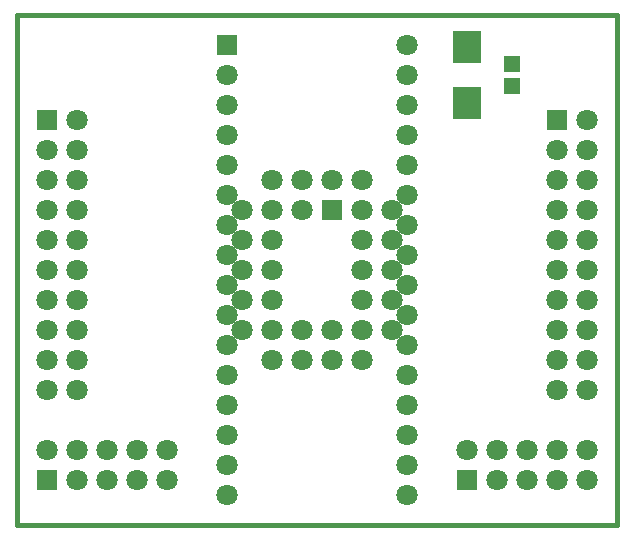
<source format=gts>
G04 (created by PCBNEW-RS274X (2012-01-19 BZR 3256)-stable) date Tue 02 Jul 2013 11:49:59 AM CDT*
G01*
G70*
G90*
%MOIN*%
G04 Gerber Fmt 3.4, Leading zero omitted, Abs format*
%FSLAX34Y34*%
G04 APERTURE LIST*
%ADD10C,0.006000*%
%ADD11C,0.015000*%
%ADD12R,0.094700X0.106500*%
%ADD13R,0.071000X0.071000*%
%ADD14C,0.071000*%
%ADD15R,0.058000X0.052900*%
G04 APERTURE END LIST*
G54D10*
G54D11*
X51000Y-53000D02*
X51000Y-49500D01*
X71000Y-53000D02*
X51000Y-53000D01*
X71000Y-49500D02*
X71000Y-53000D01*
X51000Y-49500D02*
X51000Y-36000D01*
X71000Y-36000D02*
X71000Y-49500D01*
X51000Y-36000D02*
X71000Y-36000D01*
G54D12*
X66000Y-38924D03*
X66000Y-37074D03*
G54D13*
X58000Y-37000D03*
G54D14*
X58000Y-38000D03*
X58000Y-39000D03*
X58000Y-40000D03*
X58000Y-41000D03*
X58000Y-42000D03*
X58000Y-43000D03*
X58000Y-44000D03*
X58000Y-45000D03*
X58000Y-46000D03*
X58000Y-47000D03*
X58000Y-48000D03*
X58000Y-49000D03*
X58000Y-50000D03*
X58000Y-51000D03*
X58000Y-52000D03*
X64000Y-52000D03*
X64000Y-51000D03*
X64000Y-50000D03*
X64000Y-49000D03*
X64000Y-48000D03*
X64000Y-47000D03*
X64000Y-46000D03*
X64000Y-45000D03*
X64000Y-44000D03*
X64000Y-43000D03*
X64000Y-42000D03*
X64000Y-41000D03*
X64000Y-40000D03*
X64000Y-39000D03*
X64000Y-38000D03*
X64000Y-37000D03*
G54D13*
X52000Y-51500D03*
G54D14*
X52000Y-50500D03*
X53000Y-51500D03*
X53000Y-50500D03*
X54000Y-51500D03*
X54000Y-50500D03*
X55000Y-51500D03*
X55000Y-50500D03*
X56000Y-51500D03*
X56000Y-50500D03*
G54D13*
X66000Y-51500D03*
G54D14*
X66000Y-50500D03*
X67000Y-51500D03*
X67000Y-50500D03*
X68000Y-51500D03*
X68000Y-50500D03*
X69000Y-51500D03*
X69000Y-50500D03*
X70000Y-51500D03*
X70000Y-50500D03*
G54D15*
X67500Y-37626D03*
X67500Y-38376D03*
G54D13*
X61499Y-42501D03*
G54D14*
X60500Y-41501D03*
X60500Y-42501D03*
X59500Y-41501D03*
X58500Y-42501D03*
X59500Y-42501D03*
X58500Y-43501D03*
X59500Y-43501D03*
X58500Y-44500D03*
X59500Y-44500D03*
X58500Y-45500D03*
X59500Y-45500D03*
X58500Y-46500D03*
X59500Y-47500D03*
X59500Y-46500D03*
X60500Y-47500D03*
X60500Y-46500D03*
X61499Y-47500D03*
X61499Y-46500D03*
X62499Y-47500D03*
X63499Y-46500D03*
X62499Y-46500D03*
X63499Y-45500D03*
X62499Y-45500D03*
X63499Y-44500D03*
X62499Y-44500D03*
X63499Y-43501D03*
X62499Y-43501D03*
X63499Y-42501D03*
X62499Y-41501D03*
X62499Y-42501D03*
X61499Y-41501D03*
G54D13*
X52000Y-39500D03*
G54D14*
X53000Y-39500D03*
X52000Y-40500D03*
X53000Y-40500D03*
X52000Y-41500D03*
X53000Y-41500D03*
X52000Y-42500D03*
X53000Y-42500D03*
X52000Y-43500D03*
X53000Y-43500D03*
X52000Y-44500D03*
X53000Y-44500D03*
X52000Y-45500D03*
X53000Y-45500D03*
X52000Y-46500D03*
X53000Y-46500D03*
X52000Y-47500D03*
X53000Y-47500D03*
X52000Y-48500D03*
X53000Y-48500D03*
G54D13*
X69000Y-39500D03*
G54D14*
X70000Y-39500D03*
X69000Y-40500D03*
X70000Y-40500D03*
X69000Y-41500D03*
X70000Y-41500D03*
X69000Y-42500D03*
X70000Y-42500D03*
X69000Y-43500D03*
X70000Y-43500D03*
X69000Y-44500D03*
X70000Y-44500D03*
X69000Y-45500D03*
X70000Y-45500D03*
X69000Y-46500D03*
X70000Y-46500D03*
X69000Y-47500D03*
X70000Y-47500D03*
X69000Y-48500D03*
X70000Y-48500D03*
M02*

</source>
